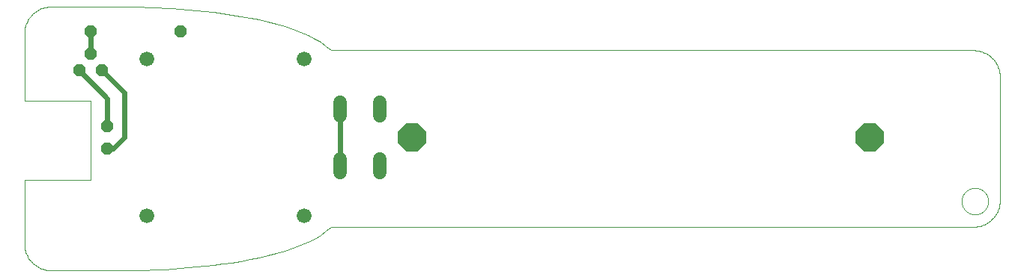
<source format=gtl>
G75*
G70*
%OFA0B0*%
%FSLAX24Y24*%
%IPPOS*%
%LPD*%
%AMOC8*
5,1,8,0,0,1.08239X$1,22.5*
%
%ADD10C,0.0000*%
%ADD11C,0.0660*%
%ADD12OC8,0.0520*%
%ADD13OC8,0.1240*%
%ADD14C,0.0600*%
%ADD15C,0.0240*%
D10*
X001817Y002100D02*
X001878Y002088D01*
X001941Y002079D01*
X002005Y002074D01*
X002069Y002072D01*
X005588Y002072D01*
X005611Y002072D01*
X005677Y002073D01*
X005784Y002074D01*
X005930Y002077D01*
X006111Y002081D01*
X006326Y002088D01*
X006570Y002097D01*
X006843Y002109D01*
X007141Y002125D01*
X007461Y002144D01*
X007801Y002168D01*
X008158Y002197D01*
X008530Y002231D01*
X008914Y002270D01*
X009307Y002315D01*
X009707Y002367D01*
X010110Y002426D01*
X010515Y002492D01*
X010919Y002566D01*
X011319Y002648D01*
X011712Y002739D01*
X012096Y002839D01*
X012468Y002948D01*
X012826Y003068D01*
X013166Y003197D01*
X013487Y003338D01*
X013785Y003490D01*
X014059Y003653D01*
X014304Y003829D01*
X014519Y004017D01*
X043114Y004017D01*
X043179Y004018D01*
X043243Y004023D01*
X043305Y004032D01*
X043367Y004044D01*
X043428Y004059D01*
X043487Y004077D01*
X043545Y004098D01*
X043601Y004122D01*
X043656Y004149D01*
X043710Y004179D01*
X043761Y004211D01*
X043811Y004245D01*
X043859Y004283D01*
X043905Y004322D01*
X043949Y004364D01*
X043991Y004408D01*
X044031Y004454D01*
X044068Y004502D01*
X044102Y004552D01*
X044135Y004603D01*
X044164Y004657D01*
X044191Y004712D01*
X044215Y004768D01*
X044236Y004826D01*
X044254Y004885D01*
X044269Y004946D01*
X044281Y005008D01*
X044290Y005070D01*
X044295Y005134D01*
X044297Y005199D01*
X044297Y010716D01*
X044295Y010781D01*
X044290Y010844D01*
X044281Y010907D01*
X044269Y010969D01*
X044254Y011029D01*
X044236Y011089D01*
X044215Y011147D01*
X044191Y011203D01*
X044164Y011258D01*
X044135Y011312D01*
X044102Y011363D01*
X044068Y011413D01*
X044031Y011461D01*
X043991Y011507D01*
X043949Y011551D01*
X043905Y011593D01*
X043859Y011632D01*
X043811Y011670D01*
X043761Y011704D01*
X043710Y011736D01*
X043656Y011766D01*
X043601Y011793D01*
X043545Y011817D01*
X043487Y011838D01*
X043428Y011856D01*
X043367Y011871D01*
X043305Y011883D01*
X043243Y011891D01*
X043179Y011897D01*
X043114Y011898D01*
X014519Y011898D01*
X014304Y012086D01*
X014059Y012262D01*
X013785Y012425D01*
X013487Y012577D01*
X013166Y012717D01*
X012826Y012847D01*
X012468Y012966D01*
X012096Y013076D01*
X011712Y013176D01*
X011319Y013267D01*
X010919Y013349D01*
X010515Y013423D01*
X010110Y013489D01*
X009707Y013548D01*
X009307Y013600D01*
X008914Y013645D01*
X008530Y013684D01*
X008158Y013718D01*
X007801Y013747D01*
X007461Y013771D01*
X007141Y013790D01*
X006843Y013806D01*
X006570Y013818D01*
X006326Y013827D01*
X006111Y013834D01*
X005930Y013838D01*
X005784Y013841D01*
X005677Y013842D01*
X005611Y013842D01*
X005588Y013843D01*
X002069Y013843D01*
X002005Y013841D01*
X001941Y013836D01*
X001878Y013827D01*
X001817Y013815D01*
X001756Y013800D01*
X001697Y013782D01*
X001639Y013761D01*
X001582Y013737D01*
X001527Y013710D01*
X001474Y013681D01*
X001422Y013648D01*
X001372Y013614D01*
X001324Y013577D01*
X001278Y013537D01*
X001234Y013495D01*
X001193Y013451D01*
X001153Y013405D01*
X001116Y013357D01*
X001081Y013307D01*
X001049Y013256D01*
X001020Y013202D01*
X000993Y013147D01*
X000969Y013091D01*
X000948Y013033D01*
X000930Y012974D01*
X000915Y012913D01*
X000903Y012851D01*
X000894Y012789D01*
X000889Y012725D01*
X000887Y012660D01*
X000887Y009642D01*
X003828Y009642D01*
X003828Y006095D01*
X000887Y006095D01*
X000887Y003255D01*
X000889Y003190D01*
X000894Y003126D01*
X000903Y003064D01*
X000915Y003002D01*
X000930Y002941D01*
X000948Y002882D01*
X000969Y002824D01*
X000993Y002768D01*
X001020Y002713D01*
X001049Y002659D01*
X001081Y002607D01*
X001116Y002558D01*
X001153Y002510D01*
X001193Y002464D01*
X001234Y002420D01*
X001278Y002378D01*
X001324Y002338D01*
X001372Y002301D01*
X001422Y002267D01*
X001474Y002234D01*
X001527Y002205D01*
X001582Y002178D01*
X001639Y002154D01*
X001697Y002133D01*
X001756Y002115D01*
X001817Y002100D01*
X042597Y005130D02*
X042596Y005163D01*
X042597Y005195D01*
X042600Y005227D01*
X042604Y005259D01*
X042610Y005289D01*
X042617Y005320D01*
X042626Y005350D01*
X042637Y005379D01*
X042649Y005407D01*
X042662Y005434D01*
X042677Y005461D01*
X042693Y005487D01*
X042710Y005512D01*
X042729Y005536D01*
X042749Y005559D01*
X042770Y005581D01*
X042791Y005602D01*
X042814Y005621D01*
X042838Y005640D01*
X042863Y005657D01*
X042889Y005673D01*
X042916Y005688D01*
X042943Y005701D01*
X042972Y005713D01*
X043001Y005724D01*
X043030Y005733D01*
X043061Y005740D01*
X043092Y005746D01*
X043123Y005750D01*
X043155Y005753D01*
X043188Y005754D01*
X043220Y005753D01*
X043252Y005750D01*
X043283Y005746D01*
X043314Y005740D01*
X043345Y005733D01*
X043374Y005724D01*
X043403Y005713D01*
X043432Y005701D01*
X043459Y005688D01*
X043486Y005673D01*
X043512Y005657D01*
X043537Y005640D01*
X043561Y005621D01*
X043584Y005602D01*
X043606Y005581D01*
X043626Y005559D01*
X043646Y005536D01*
X043665Y005512D01*
X043682Y005487D01*
X043698Y005461D01*
X043713Y005434D01*
X043726Y005407D01*
X043738Y005379D01*
X043749Y005350D01*
X043758Y005320D01*
X043765Y005289D01*
X043771Y005259D01*
X043775Y005227D01*
X043778Y005195D01*
X043779Y005163D01*
X043778Y005130D01*
X043775Y005098D01*
X043771Y005067D01*
X043765Y005036D01*
X043758Y005005D01*
X043749Y004976D01*
X043738Y004947D01*
X043726Y004918D01*
X043713Y004891D01*
X043698Y004864D01*
X043682Y004838D01*
X043665Y004813D01*
X043646Y004790D01*
X043626Y004767D01*
X043606Y004745D01*
X043584Y004724D01*
X043561Y004704D01*
X043537Y004686D01*
X043512Y004668D01*
X043486Y004652D01*
X043459Y004637D01*
X043432Y004624D01*
X043403Y004612D01*
X043374Y004602D01*
X043345Y004593D01*
X043314Y004585D01*
X043283Y004579D01*
X043252Y004575D01*
X043220Y004572D01*
X043188Y004572D01*
X043155Y004572D01*
X043123Y004575D01*
X043092Y004579D01*
X043061Y004585D01*
X043030Y004593D01*
X043001Y004602D01*
X042972Y004612D01*
X042943Y004624D01*
X042916Y004637D01*
X042889Y004652D01*
X042863Y004668D01*
X042838Y004686D01*
X042814Y004704D01*
X042791Y004724D01*
X042770Y004745D01*
X042749Y004767D01*
X042729Y004790D01*
X042710Y004813D01*
X042693Y004838D01*
X042677Y004864D01*
X042662Y004891D01*
X042649Y004918D01*
X042637Y004947D01*
X042626Y004976D01*
X042617Y005005D01*
X042610Y005036D01*
X042604Y005067D01*
X042600Y005098D01*
X042597Y005130D01*
D11*
X013319Y004509D03*
X006319Y004509D03*
X006319Y011509D03*
X013319Y011509D03*
D12*
X007819Y012759D03*
X003819Y012759D03*
X003819Y011759D03*
X004319Y011009D03*
X003319Y011009D03*
X004569Y008509D03*
X004569Y007509D03*
D13*
X018122Y008009D03*
X038515Y008009D03*
D14*
X016709Y008989D02*
X016709Y009589D01*
X014929Y009589D02*
X014929Y008989D01*
X014929Y007029D02*
X014929Y006429D01*
X016709Y006429D02*
X016709Y007029D01*
D15*
X014929Y006729D02*
X014929Y009289D01*
X005319Y010009D02*
X005319Y008009D01*
X004819Y007509D01*
X004569Y007509D01*
X004569Y008509D02*
X004569Y009759D01*
X003319Y011009D01*
X004319Y011009D02*
X005319Y010009D01*
X003819Y011759D02*
X003819Y012759D01*
M02*

</source>
